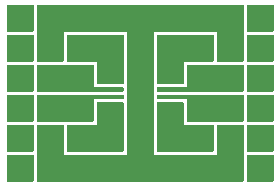
<source format=gbr>
%TF.GenerationSoftware,KiCad,Pcbnew,(6.0.0)*%
%TF.CreationDate,2022-12-04T21:49:26+01:00*%
%TF.ProjectId,SOIC-8 Breakout,534f4943-2d38-4204-9272-65616b6f7574,rev?*%
%TF.SameCoordinates,Original*%
%TF.FileFunction,Copper,L2,Bot*%
%TF.FilePolarity,Positive*%
%FSLAX46Y46*%
G04 Gerber Fmt 4.6, Leading zero omitted, Abs format (unit mm)*
G04 Created by KiCad (PCBNEW (6.0.0)) date 2022-12-04 21:49:26*
%MOMM*%
%LPD*%
G01*
G04 APERTURE LIST*
G04 APERTURE END LIST*
%TA.AperFunction,NonConductor*%
G36*
X148444694Y-99205306D02*
G01*
X148463000Y-99249500D01*
X148463000Y-101092000D01*
X150940500Y-101092000D01*
X150984694Y-101110306D01*
X151003000Y-101154500D01*
X151003000Y-101410500D01*
X150984694Y-101454694D01*
X150940500Y-101473000D01*
X143699500Y-101473000D01*
X143655306Y-101454694D01*
X143637000Y-101410500D01*
X143637000Y-99249500D01*
X143655306Y-99205306D01*
X143699500Y-99187000D01*
X148400500Y-99187000D01*
X148444694Y-99205306D01*
G37*
%TD.AperFunction*%
%TA.AperFunction,NonConductor*%
G36*
X143325121Y-104287002D02*
G01*
X143371614Y-104340658D01*
X143383000Y-104393000D01*
X143383000Y-106427000D01*
X143362998Y-106495121D01*
X143309342Y-106541614D01*
X143257000Y-106553000D01*
X141223000Y-106553000D01*
X141154879Y-106532998D01*
X141108386Y-106479342D01*
X141097000Y-106427000D01*
X141097000Y-104393000D01*
X141117002Y-104324879D01*
X141170658Y-104278386D01*
X141223000Y-104267000D01*
X143257000Y-104267000D01*
X143325121Y-104287002D01*
G37*
%TD.AperFunction*%
%TA.AperFunction,NonConductor*%
G36*
X158604694Y-96665306D02*
G01*
X158623000Y-96709500D01*
X158623000Y-98870500D01*
X158604694Y-98914694D01*
X158560500Y-98933000D01*
X156083000Y-98933000D01*
X156083000Y-100775500D01*
X156064694Y-100819694D01*
X156020500Y-100838000D01*
X153859500Y-100838000D01*
X153815306Y-100819694D01*
X153797000Y-100775500D01*
X153797000Y-96709500D01*
X153815306Y-96665306D01*
X153859500Y-96647000D01*
X158560500Y-96647000D01*
X158604694Y-96665306D01*
G37*
%TD.AperFunction*%
%TA.AperFunction,NonConductor*%
G36*
X163645121Y-104287002D02*
G01*
X163691614Y-104340658D01*
X163703000Y-104393000D01*
X163703000Y-106427000D01*
X163682998Y-106495121D01*
X163629342Y-106541614D01*
X163577000Y-106553000D01*
X161543000Y-106553000D01*
X161474879Y-106532998D01*
X161428386Y-106479342D01*
X161417000Y-106427000D01*
X161417000Y-104393000D01*
X161437002Y-104324879D01*
X161490658Y-104278386D01*
X161543000Y-104267000D01*
X163577000Y-104267000D01*
X163645121Y-104287002D01*
G37*
%TD.AperFunction*%
%TA.AperFunction,NonConductor*%
G36*
X143325121Y-99207002D02*
G01*
X143371614Y-99260658D01*
X143383000Y-99313000D01*
X143383000Y-101347000D01*
X143362998Y-101415121D01*
X143309342Y-101461614D01*
X143257000Y-101473000D01*
X141223000Y-101473000D01*
X141154879Y-101452998D01*
X141108386Y-101399342D01*
X141097000Y-101347000D01*
X141097000Y-99313000D01*
X141117002Y-99244879D01*
X141170658Y-99198386D01*
X141223000Y-99187000D01*
X143257000Y-99187000D01*
X143325121Y-99207002D01*
G37*
%TD.AperFunction*%
%TA.AperFunction,NonConductor*%
G36*
X163645121Y-106827002D02*
G01*
X163691614Y-106880658D01*
X163703000Y-106933000D01*
X163703000Y-108967000D01*
X163682998Y-109035121D01*
X163629342Y-109081614D01*
X163577000Y-109093000D01*
X161543000Y-109093000D01*
X161474879Y-109072998D01*
X161428386Y-109019342D01*
X161417000Y-108967000D01*
X161417000Y-106933000D01*
X161437002Y-106864879D01*
X161490658Y-106818386D01*
X161543000Y-106807000D01*
X163577000Y-106807000D01*
X163645121Y-106827002D01*
G37*
%TD.AperFunction*%
%TA.AperFunction,NonConductor*%
G36*
X156064694Y-102380306D02*
G01*
X156083000Y-102424500D01*
X156083000Y-104267000D01*
X158560500Y-104267000D01*
X158604694Y-104285306D01*
X158623000Y-104329500D01*
X158623000Y-106490500D01*
X158604694Y-106534694D01*
X158560500Y-106553000D01*
X153859500Y-106553000D01*
X153815306Y-106534694D01*
X153797000Y-106490500D01*
X153797000Y-102424500D01*
X153815306Y-102380306D01*
X153859500Y-102362000D01*
X156020500Y-102362000D01*
X156064694Y-102380306D01*
G37*
%TD.AperFunction*%
%TA.AperFunction,NonConductor*%
G36*
X161144694Y-94125306D02*
G01*
X161163000Y-94169500D01*
X161163000Y-98870500D01*
X161144694Y-98914694D01*
X161100500Y-98933000D01*
X158939500Y-98933000D01*
X158895306Y-98914694D01*
X158877000Y-98870500D01*
X158877000Y-96393000D01*
X153543000Y-96393000D01*
X153543000Y-106807000D01*
X158877000Y-106807000D01*
X158877000Y-104329500D01*
X158895306Y-104285306D01*
X158939500Y-104267000D01*
X161100500Y-104267000D01*
X161144694Y-104285306D01*
X161163000Y-104329500D01*
X161163000Y-109030500D01*
X161144694Y-109074694D01*
X161100500Y-109093000D01*
X143699500Y-109093000D01*
X143655306Y-109074694D01*
X143637000Y-109030500D01*
X143637000Y-104329500D01*
X143655306Y-104285306D01*
X143699500Y-104267000D01*
X145860500Y-104267000D01*
X145904694Y-104285306D01*
X145923000Y-104329500D01*
X145923000Y-106807000D01*
X151257000Y-106807000D01*
X151257000Y-96393000D01*
X145923000Y-96393000D01*
X145923000Y-98870500D01*
X145904694Y-98914694D01*
X145860500Y-98933000D01*
X143699500Y-98933000D01*
X143655306Y-98914694D01*
X143637000Y-98870500D01*
X143637000Y-94169500D01*
X143655306Y-94125306D01*
X143699500Y-94107000D01*
X161100500Y-94107000D01*
X161144694Y-94125306D01*
G37*
%TD.AperFunction*%
%TA.AperFunction,NonConductor*%
G36*
X163645121Y-99207002D02*
G01*
X163691614Y-99260658D01*
X163703000Y-99313000D01*
X163703000Y-101347000D01*
X163682998Y-101415121D01*
X163629342Y-101461614D01*
X163577000Y-101473000D01*
X161543000Y-101473000D01*
X161474879Y-101452998D01*
X161428386Y-101399342D01*
X161417000Y-101347000D01*
X161417000Y-99313000D01*
X161437002Y-99244879D01*
X161490658Y-99198386D01*
X161543000Y-99187000D01*
X163577000Y-99187000D01*
X163645121Y-99207002D01*
G37*
%TD.AperFunction*%
%TA.AperFunction,NonConductor*%
G36*
X143325121Y-106827002D02*
G01*
X143371614Y-106880658D01*
X143383000Y-106933000D01*
X143383000Y-108967000D01*
X143362998Y-109035121D01*
X143309342Y-109081614D01*
X143257000Y-109093000D01*
X141223000Y-109093000D01*
X141154879Y-109072998D01*
X141108386Y-109019342D01*
X141097000Y-108967000D01*
X141097000Y-106933000D01*
X141117002Y-106864879D01*
X141170658Y-106818386D01*
X141223000Y-106807000D01*
X143257000Y-106807000D01*
X143325121Y-106827002D01*
G37*
%TD.AperFunction*%
%TA.AperFunction,NonConductor*%
G36*
X143325121Y-101747002D02*
G01*
X143371614Y-101800658D01*
X143383000Y-101853000D01*
X143383000Y-103887000D01*
X143362998Y-103955121D01*
X143309342Y-104001614D01*
X143257000Y-104013000D01*
X141223000Y-104013000D01*
X141154879Y-103992998D01*
X141108386Y-103939342D01*
X141097000Y-103887000D01*
X141097000Y-101853000D01*
X141117002Y-101784879D01*
X141170658Y-101738386D01*
X141223000Y-101727000D01*
X143257000Y-101727000D01*
X143325121Y-101747002D01*
G37*
%TD.AperFunction*%
%TA.AperFunction,NonConductor*%
G36*
X163645121Y-101747002D02*
G01*
X163691614Y-101800658D01*
X163703000Y-101853000D01*
X163703000Y-103887000D01*
X163682998Y-103955121D01*
X163629342Y-104001614D01*
X163577000Y-104013000D01*
X161543000Y-104013000D01*
X161474879Y-103992998D01*
X161428386Y-103939342D01*
X161417000Y-103887000D01*
X161417000Y-101853000D01*
X161437002Y-101784879D01*
X161490658Y-101738386D01*
X161543000Y-101727000D01*
X163577000Y-101727000D01*
X163645121Y-101747002D01*
G37*
%TD.AperFunction*%
%TA.AperFunction,NonConductor*%
G36*
X143325121Y-96667002D02*
G01*
X143371614Y-96720658D01*
X143383000Y-96773000D01*
X143383000Y-98807000D01*
X143362998Y-98875121D01*
X143309342Y-98921614D01*
X143257000Y-98933000D01*
X141223000Y-98933000D01*
X141154879Y-98912998D01*
X141108386Y-98859342D01*
X141097000Y-98807000D01*
X141097000Y-96773000D01*
X141117002Y-96704879D01*
X141170658Y-96658386D01*
X141223000Y-96647000D01*
X143257000Y-96647000D01*
X143325121Y-96667002D01*
G37*
%TD.AperFunction*%
%TA.AperFunction,NonConductor*%
G36*
X161144694Y-99205306D02*
G01*
X161163000Y-99249500D01*
X161163000Y-101410500D01*
X161144694Y-101454694D01*
X161100500Y-101473000D01*
X153859500Y-101473000D01*
X153815306Y-101454694D01*
X153797000Y-101410500D01*
X153797000Y-101154500D01*
X153815306Y-101110306D01*
X153859500Y-101092000D01*
X156337000Y-101092000D01*
X156337000Y-99249500D01*
X156355306Y-99205306D01*
X156399500Y-99187000D01*
X161100500Y-99187000D01*
X161144694Y-99205306D01*
G37*
%TD.AperFunction*%
%TA.AperFunction,NonConductor*%
G36*
X143325121Y-94127002D02*
G01*
X143371614Y-94180658D01*
X143383000Y-94233000D01*
X143383000Y-96267000D01*
X143362998Y-96335121D01*
X143309342Y-96381614D01*
X143257000Y-96393000D01*
X141223000Y-96393000D01*
X141154879Y-96372998D01*
X141108386Y-96319342D01*
X141097000Y-96267000D01*
X141097000Y-94233000D01*
X141117002Y-94164879D01*
X141170658Y-94118386D01*
X141223000Y-94107000D01*
X143257000Y-94107000D01*
X143325121Y-94127002D01*
G37*
%TD.AperFunction*%
%TA.AperFunction,NonConductor*%
G36*
X150984694Y-101745306D02*
G01*
X151003000Y-101789500D01*
X151003000Y-102045500D01*
X150984694Y-102089694D01*
X150940500Y-102108000D01*
X148463000Y-102108000D01*
X148463000Y-103950500D01*
X148444694Y-103994694D01*
X148400500Y-104013000D01*
X143699500Y-104013000D01*
X143655306Y-103994694D01*
X143637000Y-103950500D01*
X143637000Y-101789500D01*
X143655306Y-101745306D01*
X143699500Y-101727000D01*
X150940500Y-101727000D01*
X150984694Y-101745306D01*
G37*
%TD.AperFunction*%
%TA.AperFunction,NonConductor*%
G36*
X150984694Y-96665306D02*
G01*
X151003000Y-96709500D01*
X151003000Y-100775500D01*
X150984694Y-100819694D01*
X150940500Y-100838000D01*
X148779500Y-100838000D01*
X148735306Y-100819694D01*
X148717000Y-100775500D01*
X148717000Y-98933000D01*
X146239500Y-98933000D01*
X146195306Y-98914694D01*
X146177000Y-98870500D01*
X146177000Y-96709500D01*
X146195306Y-96665306D01*
X146239500Y-96647000D01*
X150940500Y-96647000D01*
X150984694Y-96665306D01*
G37*
%TD.AperFunction*%
%TA.AperFunction,NonConductor*%
G36*
X161144694Y-101745306D02*
G01*
X161163000Y-101789500D01*
X161163000Y-103950500D01*
X161144694Y-103994694D01*
X161100500Y-104013000D01*
X156399500Y-104013000D01*
X156355306Y-103994694D01*
X156337000Y-103950500D01*
X156337000Y-102108000D01*
X153859500Y-102108000D01*
X153815306Y-102089694D01*
X153797000Y-102045500D01*
X153797000Y-101789500D01*
X153815306Y-101745306D01*
X153859500Y-101727000D01*
X161100500Y-101727000D01*
X161144694Y-101745306D01*
G37*
%TD.AperFunction*%
%TA.AperFunction,NonConductor*%
G36*
X163645121Y-94127002D02*
G01*
X163691614Y-94180658D01*
X163703000Y-94233000D01*
X163703000Y-96267000D01*
X163682998Y-96335121D01*
X163629342Y-96381614D01*
X163577000Y-96393000D01*
X161543000Y-96393000D01*
X161474879Y-96372998D01*
X161428386Y-96319342D01*
X161417000Y-96267000D01*
X161417000Y-94233000D01*
X161437002Y-94164879D01*
X161490658Y-94118386D01*
X161543000Y-94107000D01*
X163577000Y-94107000D01*
X163645121Y-94127002D01*
G37*
%TD.AperFunction*%
%TA.AperFunction,NonConductor*%
G36*
X163645121Y-96667002D02*
G01*
X163691614Y-96720658D01*
X163703000Y-96773000D01*
X163703000Y-98807000D01*
X163682998Y-98875121D01*
X163629342Y-98921614D01*
X163577000Y-98933000D01*
X161543000Y-98933000D01*
X161474879Y-98912998D01*
X161428386Y-98859342D01*
X161417000Y-98807000D01*
X161417000Y-96773000D01*
X161437002Y-96704879D01*
X161490658Y-96658386D01*
X161543000Y-96647000D01*
X163577000Y-96647000D01*
X163645121Y-96667002D01*
G37*
%TD.AperFunction*%
%TA.AperFunction,NonConductor*%
G36*
X150984694Y-102380306D02*
G01*
X151003000Y-102424500D01*
X151003000Y-106490500D01*
X150984694Y-106534694D01*
X150940500Y-106553000D01*
X146239500Y-106553000D01*
X146195306Y-106534694D01*
X146177000Y-106490500D01*
X146177000Y-104329500D01*
X146195306Y-104285306D01*
X146239500Y-104267000D01*
X148717000Y-104267000D01*
X148717000Y-102424500D01*
X148735306Y-102380306D01*
X148779500Y-102362000D01*
X150940500Y-102362000D01*
X150984694Y-102380306D01*
G37*
%TD.AperFunction*%
M02*

</source>
